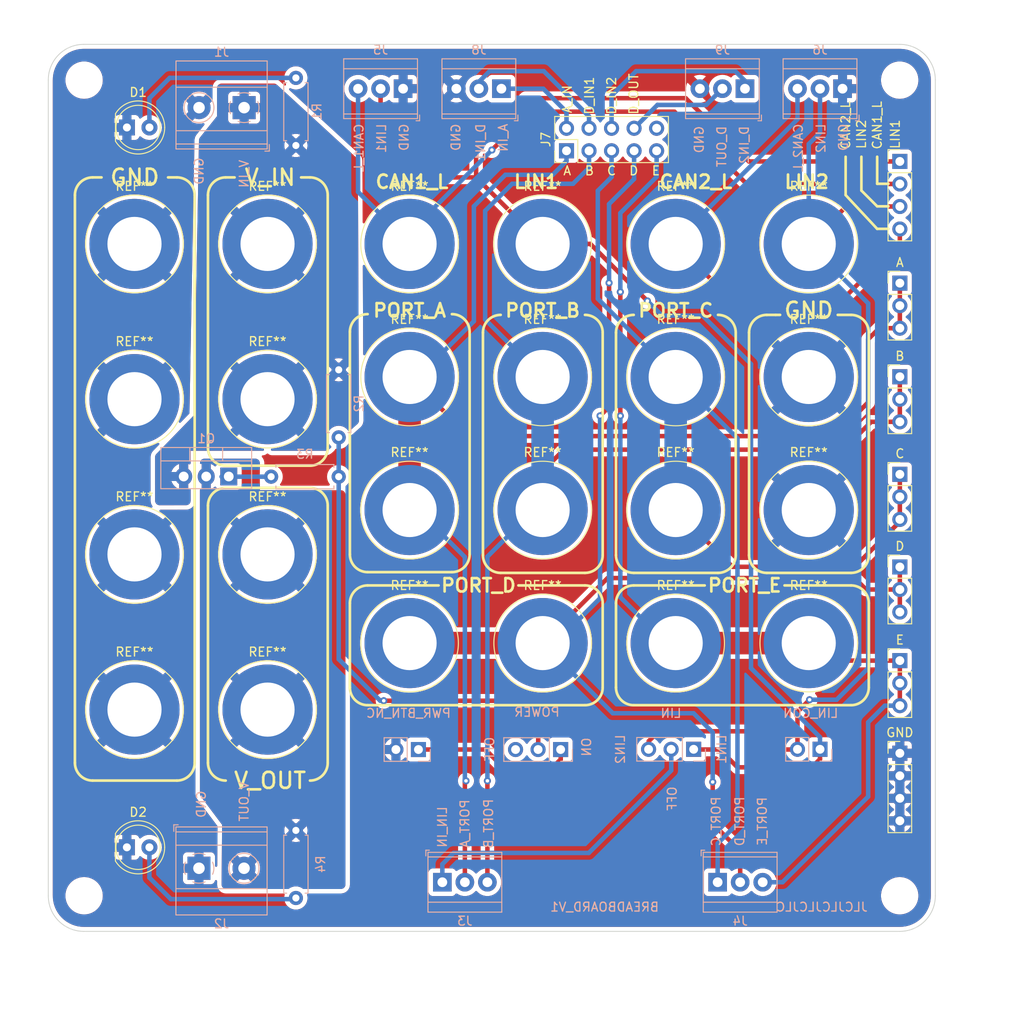
<source format=kicad_pcb>
(kicad_pcb (version 20211014) (generator pcbnew)
  (title_block (title "Universal Breadboard") (date "2022-03-31") (rev "v1.0"))
  (layers (0 "F.Cu" signal) (31 "B.Cu" signal) (34 "B.Paste" user) (35 "F.Paste" user) (36 "B.SilkS" user "B.Silkscreen") (37 "F.SilkS" user "F.Silkscreen") (38 "B.Mask" user) (39 "F.Mask" user) (44 "Edge.Cuts" user))
  (net 0 "")
  (net 1 "GND")
  (net 2 "Net-(D1-Pad2)")
  (net 3 "Net-(D2-Pad2)")
  (net 4 "VIN")
  (net 5 "VOUT")
  (net 6 "LIN_IN")
  (net 7 "/PORT_A")
  (net 8 "/PORT_B")
  (net 9 "/PORT_C")
  (net 10 "/PORT_D")
  (net 11 "/PORT_E")
  (net 12 "CAN_H_1")
  (net 13 "CAN_L_1")
  (net 14 "CAN_H_2")
  (net 15 "CAN_L_2")
  (net 16 "Net-(Q1-Pad1)")
  (net 17 "Net-(R2-Pad2)")
  (net 18 "Net-(SW1-Pad1)")
  (net 21 "/A_IN")
  (net 22 "/D_IN_1")
  (net 23 "/D_IN_2")
  (net 24 "/D_OUT")
  (footprint "Connector_PinHeader_2.54mm:PinHeader_1x03_P2.54mm_Vertical" (layer "F.Cu") (at 192.5 114.475)
    (fp_text reference "E")
    (fp_text value "PinHeader_1x03_P2.54mm_Vertical")
  )
  (footprint "Breadboard:Banana_Jack_1Pin" (layer "F.Cu") (at 182.23 67.5)
    (fp_text reference "REF**")
    (fp_text value "Banana_Jack_1Pin_with3D")
  )
  (footprint "Connector_PinHeader_2.54mm:PinHeader_1x03_P2.54mm_Vertical" (layer "F.Cu") (at 192.5 103.92)
    (fp_text reference "D")
    (fp_text value "PinHeader_1x03_P2.54mm_Vertical")
  )
  (footprint "LED_THT:LED_D5.0mm" (layer "F.Cu") (at 105.362 54.37)
    (fp_text reference "D1")
    (fp_text value "V_IN")
  )
  (footprint "Breadboard:Banana_Jack_1Pin" (layer "F.Cu") (at 106.216 67.5)
    (fp_text reference "REF**")
    (fp_text value "Banana_Jack_1Pin_with3D")
  )
  (footprint "Breadboard:Banana_Jack_1Pin" (layer "F.Cu") (at 106.216 120)
    (fp_text reference "REF**")
    (fp_text value "Banana_Jack_1Pin_with3D")
  )
  (footprint "Breadboard:Banana_Jack_1Pin" (layer "F.Cu") (at 121.216 85)
    (fp_text reference "REF**")
    (fp_text value "Banana_Jack_1Pin_with3D")
  )
  (footprint "MountingHole:MountingHole_3.2mm_M3" (layer "F.Cu") (at 192.484 49.036)
    (fp_text reference "REF**" hide)
    (fp_text value "MountingHole_3.2mm_M3")
  )
  (footprint "Breadboard:Banana_Jack_1Pin" (layer "F.Cu") (at 152.23 112.5)
    (fp_text reference "REF**")
    (fp_text value "Banana_Jack_1Pin_with3D")
  )
  (footprint "Breadboard:Banana_Jack_1Pin" (layer "F.Cu") (at 137.23 82.5)
    (fp_text reference "REF**")
    (fp_text value "Banana_Jack_1Pin_with3D")
  )
  (footprint "Breadboard:Banana_Jack_1Pin" (layer "F.Cu") (at 167.23 67.5)
    (fp_text reference "REF**")
    (fp_text value "Banana_Jack_1Pin_with3D")
  )
  (footprint "MountingHole:MountingHole_3.2mm_M3" (layer "F.Cu") (at 100.536 49.036)
    (fp_text reference "REF**" hide)
    (fp_text value "MountingHole_3.2mm_M3")
  )
  (footprint "Breadboard:Banana_Jack_1Pin" (layer "F.Cu") (at 167.23 97.5)
    (fp_text reference "REF**")
    (fp_text value "Banana_Jack_1Pin_with3D")
  )
  (footprint "Connector_PinHeader_2.54mm:PinHeader_2x05_P2.54mm_Vertical" (layer "F.Cu") (at 154.92 57 90)
    (fp_text reference "J7")
    (fp_text value "Conn_02x05_Odd_Even")
  )
  (footprint "Breadboard:Banana_Jack_1Pin" (layer "F.Cu") (at 152.23 67.5)
    (fp_text reference "REF**")
    (fp_text value "Banana_Jack_1Pin_with3D")
  )
  (footprint "Breadboard:Banana_Jack_1Pin" (layer "F.Cu") (at 182.23 97.5)
    (fp_text reference "REF**")
    (fp_text value "Banana_Jack_1Pin_with3D")
  )
  (footprint "Breadboard:Banana_Jack_1Pin" (layer "F.Cu") (at 137.23 112.5)
    (fp_text reference "REF**")
    (fp_text value "Banana_Jack_1Pin_with3D")
  )
  (footprint "LED_THT:LED_D5.0mm" (layer "F.Cu") (at 105.357 135.523)
    (fp_text reference "D2")
    (fp_text value "V_OUT")
  )
  (footprint "Breadboard:Banana_Jack_1Pin" (layer "F.Cu") (at 121.216 67.5)
    (fp_text reference "REF**")
    (fp_text value "Banana_Jack_1Pin_with3D")
  )
  (footprint "Breadboard:Banana_Jack_1Pin" (layer "F.Cu") (at 182.23 112.5)
    (fp_text reference "REF**")
    (fp_text value "Banana_Jack_1Pin_with3D")
  )
  (footprint "Breadboard:Banana_Jack_1Pin" (layer "F.Cu") (at 121.216 102.5)
    (fp_text reference "REF**")
    (fp_text value "Banana_Jack_1Pin_with3D")
  )
  (footprint "Breadboard:Banana_Jack_1Pin" (layer "F.Cu") (at 152.23 82.5)
    (fp_text reference "REF**")
    (fp_text value "Banana_Jack_1Pin_with3D")
  )
  (footprint "MountingHole:MountingHole_3.2mm_M3" (layer "F.Cu") (at 192.484 140.984)
    (fp_text reference "REF**" hide)
    (fp_text value "MountingHole_3.2mm_M3")
  )
  (footprint "Breadboard:Banana_Jack_1Pin" (layer "F.Cu") (at 152.23 97.5)
    (fp_text reference "REF**")
    (fp_text value "Banana_Jack_1Pin_with3D")
  )
  (footprint "Breadboard:Banana_Jack_1Pin" (layer "F.Cu") (at 167.23 112.5)
    (fp_text reference "REF**")
    (fp_text value "Banana_Jack_1Pin_with3D")
  )
  (footprint "Breadboard:Banana_Jack_1Pin" (layer "F.Cu") (at 137.23 67.5)
    (fp_text reference "REF**")
    (fp_text value "Banana_Jack_1Pin_with3D")
  )
  (footprint "Breadboard:Banana_Jack_1Pin" (layer "F.Cu") (at 106.216 85)
    (fp_text reference "REF**")
    (fp_text value "Banana_Jack_1Pin_with3D")
  )
  (footprint "Connector_PinHeader_2.54mm:PinHeader_1x03_P2.54mm_Vertical" (layer "F.Cu") (at 192.5 93.475)
    (fp_text reference "C")
    (fp_text value "PinHeader_1x03_P2.54mm_Vertical")
  )
  (footprint "Connector_PinHeader_2.54mm:PinHeader_1x04_P2.54mm_Vertical" (layer "F.Cu") (at 192.5 124.92)
    (fp_text reference "GND")
    (fp_text value "PinHeader_1x04_P2.54mm_Vertical")
  )
  (footprint "Breadboard:Banana_Jack_1Pin" (layer "F.Cu") (at 167.23 82.5)
    (fp_text reference "REF**")
    (fp_text value "Banana_Jack_1Pin_with3D")
  )
  (footprint "Breadboard:Banana_Jack_1Pin" (layer "F.Cu") (at 106.216 102.5)
    (fp_text reference "REF**")
    (fp_text value "Banana_Jack_1Pin_with3D")
  )
  (footprint "Connector_PinHeader_2.54mm:PinHeader_1x03_P2.54mm_Vertical" (layer "F.Cu") (at 192.5 82.475)
    (fp_text reference "B")
    (fp_text value "PinHeader_1x03_P2.54mm_Vertical")
  )
  (footprint "Connector_PinHeader_2.54mm:PinHeader_1x04_P2.54mm_Vertical" (layer "F.Cu") (at 192.5 58.2)
    (fp_text reference "REF**" hide)
    (fp_text value "PinHeader_1x04_P2.54mm_Vertical")
  )
  (footprint "MountingHole:MountingHole_3.2mm_M3" (layer "F.Cu") (at 100.536 140.984)
    (fp_text reference "REF**" hide)
    (fp_text value "MountingHole_3.2mm_M3")
  )
  (footprint "Breadboard:Banana_Jack_1Pin" (layer "F.Cu") (at 182.23 82.5)
    (fp_text reference "REF**")
    (fp_text value "Banana_Jack_1Pin_with3D")
  )
  (footprint "Connector_PinHeader_2.54mm:PinHeader_1x03_P2.54mm_Vertical" (layer "F.Cu") (at 192.5 71.92)
    (fp_text reference "A")
    (fp_text value "PinHeader_1x03_P2.54mm_Vertical")
  )
  (footprint "Breadboard:Banana_Jack_1Pin" (layer "F.Cu") (at 137.23 97.5)
    (fp_text reference "REF**")
    (fp_text value "Banana_Jack_1Pin_with3D")
  )
  (footprint "Breadboard:Banana_Jack_1Pin" (layer "F.Cu") (at 121.216 120)
    (fp_text reference "REF**")
    (fp_text value "Banana_Jack_1Pin_with3D")
  )
  (footprint "Resistor_THT:R_Axial_DIN0207_L6.3mm_D2.5mm_P7.62mm_Horizontal" (layer "B.Cu") (at 124.412 56.402 90)
    (fp_text reference "R1")
    (fp_text value "560R")
  )
  (footprint "TerminalBlock_TE-Connectivity:TerminalBlock_TE_282834-3_1x03_P2.54mm_Horizontal" (layer "B.Cu") (at 140.922 139.46)
    (fp_text reference "J3")
    (fp_text value "Screw_Terminal_01x03")
  )
  (footprint "Package_TO_SOT_THT:TO-220-3_Vertical" (layer "B.Cu") (at 116.8428 93.7198 180)
    (fp_text reference "Q1")
    (fp_text value "IRF4905")
  )
  (footprint "TerminalBlock_TE-Connectivity:TerminalBlock_TE_282834-3_1x03_P2.54mm_Horizontal" (layer "B.Cu") (at 175.04 50 180)
    (fp_text reference "J9")
    (fp_text value "Screw_Terminal_01x03")
  )
  (footprint "Connector_PinHeader_2.54mm:PinHeader_1x02_P2.54mm_Vertical" (layer "B.Cu") (at 183.5 124.474 90)
    (fp_text reference "LIN_CON")
    (fp_text value "SW_SPST")
  )
  (footprint "Resistor_THT:R_Axial_DIN0207_L6.3mm_D2.5mm_P7.62mm_Horizontal" (layer "B.Cu") (at 129.238 81.69 -90)
    (fp_text reference "R2")
    (fp_text value "10K")
  )
  (footprint "Connector_PinHeader_2.54mm:PinHeader_1x02_P2.54mm_Vertical" (layer "B.Cu") (at 138.23 124.5 90)
    (fp_text reference "PWR_BTN_NC")
    (fp_text value "SW_Push_Open")
  )
  (footprint "TerminalBlock_TE-Connectivity:TerminalBlock_TE_282834-3_1x03_P2.54mm_Horizontal" (layer "B.Cu") (at 186.04 50 180)
    (fp_text reference "J6")
    (fp_text value "Screw_Terminal_01x03")
  )
  (footprint "Resistor_THT:R_Axial_DIN0207_L6.3mm_D2.5mm_P7.62mm_Horizontal" (layer "B.Cu") (at 124.412 133.618 -90)
    (fp_text reference "R4")
    (fp_text value "560R")
  )
  (footprint "TerminalBlock_Phoenix:TerminalBlock_Phoenix_MKDS-1,5-2-5.08_1x02_P5.08mm_Horizontal" (layer "B.Cu") (at 113.485 137.885)
    (fp_text reference "J2")
    (fp_text value "Screw_Terminal_01x02")
  )
  (footprint "Connector_PinHeader_2.54mm:PinHeader_1x03_P2.54mm_Vertical" (layer "B.Cu") (at 169.2534 124.474 90)
    (fp_text reference "LIN")
    (fp_text value "SW_SPDT_MSM")
  )
  (footprint "TerminalBlock_TE-Connectivity:TerminalBlock_TE_282834-3_1x03_P2.54mm_Horizontal" (layer "B.Cu") (at 136.5 50 180)
    (fp_text reference "J5")
    (fp_text value "Screw_Terminal_01x03")
  )
  (footprint "TerminalBlock_TE-Connectivity:TerminalBlock_TE_282834-3_1x03_P2.54mm_Horizontal" (layer "B.Cu") (at 147.58 50 180)
    (fp_text reference "J8")
    (fp_text value "Screw_Terminal_01x03")
  )
  (footprint "TerminalBlock_TE-Connectivity:TerminalBlock_TE_282834-3_1x03_P2.54mm_Horizontal" (layer "B.Cu") (at 171.96 139.46)
    (fp_text reference "J4")
    (fp_text value "Screw_Terminal_01x03")
  )
  (footprint "Connector_PinHeader_2.54mm:PinHeader_1x03_P2.54mm_Vertical" (layer "B.Cu") (at 154.257 124.5 90)
    (fp_text reference "POWER")
    (fp_text value "SW_SPDT")
  )
  (footprint "TerminalBlock_Phoenix:TerminalBlock_Phoenix_MKDS-1,5-2-5.08_1x02_P5.08mm_Horizontal" (layer "B.Cu") (at 118.575 52.135 180)
    (fp_text reference "J1")
    (fp_text value "Screw_Terminal_01x02")
  )
  (footprint "Resistor_THT:R_Axial_DIN0207_L6.3mm_D2.5mm_P7.62mm_Horizontal" (layer "B.Cu") (at 121.618 93.74)
    (fp_text reference "R3")
    (fp_text value "100R")
  )
  (gr_arc (start 114.5 62) (mid 115.085786 60.585786) (end 116.5 60) (layer "F.SilkS") (width 0.3))
  (gr_arc (start 188.999999 117.500001) (mid 188.414213 118.914215) (end 186.999999 119.500001) (layer "F.SilkS") (width 0.3))
  (gr_line (start 186.999999 119.500001) (end 162.5 119.500001) (layer "F.SilkS") (width 0.3))
  (gr_line (start 179.5 106.000001) (end 187 106.000001) (layer "F.SilkS") (width 0.3))
  (gr_arc (start 157 106) (mid 158.414214 106.585786) (end 159 108) (layer "F.SilkS") (width 0.3))
  (gr_arc (start 112.999997 126.000027) (mid 112.414211 127.414241) (end 110.999997 128.000027) (layer "F.SilkS") (width 0.3))
  (gr_line (start 114.500001 90.499999) (end 114.5 62) (layer "F.SilkS") (width 0.3))
  (gr_line (start 191.214 63.26) (end 189.944 63.26) (layer "F.SilkS") (width 0.3))
  (gr_arc (start 158.999999 117.5) (mid 158.414213 118.914214) (end 156.999999 119.5) (layer "F.SilkS") (width 0.3))
  (gr_line (start 149.5 106) (end 157 106) (layer "F.SilkS") (width 0.3))
  (gr_arc (start 174.000003 102.585786) (mid 173.414217 104) (end 172.000003 104.585786) (layer "F.SilkS") (width 0.3))
  (gr_line (start 132.5 104.499999) (end 142 104.5) (layer "F.SilkS") (width 0.3))
  (gr_line (start 162.500003 104.585785) (end 172.000003 104.585786) (layer "F.SilkS") (width 0.3))
  (gr_line (start 188.166 61.482) (end 188.166 57.672) (layer "F.SilkS") (width 0.3))
  (gr_line (start 128 126) (end 128 97) (layer "F.SilkS") (width 0.3))
  (gr_line (start 126 60) (end 125.000003 59.999973) (layer "F.SilkS") (width 0.3))
  (gr_line (start 147.500003 104.585785) (end 157.000003 104.585786) (layer "F.SilkS") (width 0.3))
  (gr_arc (start 128 90.5) (mid 127.414214 91.914214) (end 126 92.5) (layer "F.SilkS") (width 0.3))
  (gr_arc (start 110.999997 60.000027) (mid 112.414211 60.585813) (end 112.999997 62.000027) (layer "F.SilkS") (width 0.3))
  (gr_arc (start 126 95) (mid 127.414214 95.585786) (end 128 97) (layer "F.SilkS") (width 0.3))
  (gr_line (start 186.388 61.99) (end 186.388 57.672) (layer "F.SilkS") (width 0.3))
  (gr_arc (start 114.5 97) (mid 115.085786 95.585786) (end 116.5 95) (layer "F.SilkS") (width 0.3))
  (gr_line (start 114.5 97) (end 114.5 126) (layer "F.SilkS") (width 0.3))
  (gr_line (start 178.5 75.5) (end 179 75.5) (layer "F.SilkS") (width 0.3))
  (gr_line (start 128 62) (end 128 90.5) (layer "F.SilkS") (width 0.3))
  (gr_arc (start 101.499998 128.000026) (mid 100.085784 127.41424) (end 99.499998 126.000026) (layer "F.SilkS") (width 0.3))
  (gr_arc (start 99.499997 62.000027) (mid 100.085783 60.585813) (end 101.499997 60.000027) (layer "F.SilkS") (width 0.3))
  (gr_line (start 145.500004 102.585785) (end 145.5 77.5) (layer "F.SilkS") (width 0.3))
  (gr_line (start 191.214 60.72) (end 189.944 60.72) (layer "F.SilkS") (width 0.3))
  (gr_arc (start 132.500001 104.499999) (mid 131.085787 103.914213) (end 130.500001 102.499999) (layer "F.SilkS") (width 0.3))
  (gr_arc (start 130.5 108) (mid 131.085786 106.585786) (end 132.5 106) (layer "F.SilkS") (width 0.3))
  (gr_line (start 162.5 106.000001) (end 170.5 106.000001) (layer "F.SilkS") (width 0.3))
  (gr_line (start 126 95) (end 116.5 95) (layer "F.SilkS") (width 0.3))
  (gr_line (start 189.944 60.72) (end 189.944 57.672) (layer "F.SilkS") (width 0.3))
  (gr_line (start 117.5 60) (end 116.500003 59.999973) (layer "F.SilkS") (width 0.3))
  (gr_line (start 188.999999 117.500001) (end 189 108.000001) (layer "F.SilkS") (width 0.3))
  (gr_line (start 110.999997 60.000027) (end 110 60) (layer "F.SilkS") (width 0.3))
  (gr_arc (start 130.499997 77.414214) (mid 131.085783 76) (end 132.499997 75.414214) (layer "F.SilkS") (width 0.3))
  (gr_arc (start 116.5 128) (mid 115.085786 127.414214) (end 114.5 126) (layer "F.SilkS") (width 0.3))
  (gr_arc (start 116.500001 92.499999) (mid 115.085787 91.914213) (end 114.500001 90.499999) (layer "F.SilkS") (width 0.3))
  (gr_arc (start 145.5 77.5) (mid 146.085786 76.085786) (end 147.5 75.5) (layer "F.SilkS") (width 0.3))
  (gr_arc (start 160.5 77.5) (mid 161.085786 76.085786) (end 162.5 75.5) (layer "F.SilkS") (width 0.3))
  (gr_arc (start 159.000003 102.585786) (mid 158.414217 104) (end 157.000003 104.585786) (layer "F.SilkS") (width 0.3))
  (gr_line (start 159 77.5) (end 159.000003 102.585786) (layer "F.SilkS") (width 0.3))
  (gr_arc (start 132.5 119.5) (mid 131.085786 118.914214) (end 130.5 117.5) (layer "F.SilkS") (width 0.3))
  (gr_arc (start 177.500004 104.585785) (mid 176.08579 103.999999) (end 175.500004 102.585785) (layer "F.SilkS") (width 0.3))
  (gr_line (start 130.5 108) (end 130.499973 117.499997) (layer "F.SilkS") (width 0.3))
  (gr_line (start 175.500004 102.585785) (end 175.5 77.5) (layer "F.SilkS") (width 0.3))
  (gr_arc (start 157 75.5) (mid 158.414214 76.085786) (end 159 77.5) (layer "F.SilkS") (width 0.3))
  (gr_line (start 143.999997 77.414214) (end 144 102.5) (layer "F.SilkS") (width 0.3))
  (gr_line (start 132.5 106) (end 140.5 106) (layer "F.SilkS") (width 0.3))
  (gr_arc (start 126 60) (mid 127.414214 60.585786) (end 128 62) (layer "F.SilkS") (width 0.3))
  (gr_arc (start 187 75.5) (mid 188.414214 76.085786) (end 189 77.5) (layer "F.SilkS") (width 0.3))
  (gr_line (start 189.944 63.26) (end 188.166 61.482) (layer "F.SilkS") (width 0.3))
  (gr_arc (start 172 75.5) (mid 173.414214 76.085786) (end 174 77.5) (layer "F.SilkS") (width 0.3))
  (gr_arc (start 189.000003 102.585786) (mid 188.414217 104) (end 187.000003 104.585786) (layer "F.SilkS") (width 0.3))
  (gr_arc (start 162.500004 104.585785) (mid 161.08579 103.999999) (end 160.500004 102.585785) (layer "F.SilkS") (width 0.3))
  (gr_arc (start 162.5 119.500001) (mid 161.085786 118.914215) (end 160.5 117.500001) (layer "F.SilkS") (width 0.3))
  (gr_line (start 158.999999 117.5) (end 159 108) (layer "F.SilkS") (width 0.3))
  (gr_arc (start 128 126) (mid 127.414214 127.414214) (end 126 128) (layer "F.SilkS") (width 0.3))
  (gr_line (start 99.5 62.000027) (end 99.5 126.000027) (layer "F.SilkS") (width 0.3))
  (gr_arc (start 175.5 77.5) (mid 176.085786 76.085786) (end 177.5 75.5) (layer "F.SilkS") (width 0.3))
  (gr_line (start 113 126.000027) (end 113 62.000027) (layer "F.SilkS") (width 0.3))
  (gr_line (start 189.944 65.8) (end 186.388 61.99) (layer "F.SilkS") (width 0.3))
  (gr_line (start 187 75.5) (end 185.5 75.5) (layer "F.SilkS") (width 0.3))
  (gr_arc (start 144 102.5) (mid 143.414214 103.914214) (end 142 104.5) (layer "F.SilkS") (width 0.3))
  (gr_line (start 130.500001 102.499999) (end 130.499997 77.414214) (layer "F.SilkS") (width 0.3))
  (gr_line (start 102.5 60) (end 101.499997 60.000027) (layer "F.SilkS") (width 0.3))
  (gr_line (start 177.500003 104.585785) (end 187.000003 104.585786) (layer "F.SilkS") (width 0.3))
  (gr_line (start 160.5 108.000001) (end 160.499973 117.499998) (layer "F.SilkS") (width 0.3))
  (gr_line (start 116.5 92.499999) (end 126 92.5) (layer "F.SilkS") (width 0.3))
  (gr_line (start 174 77.5) (end 174.000003 102.585786) (layer "F.SilkS") (width 0.3))
  (gr_line (start 101.5 128.000026) (end 111 128.000027) (layer "F.SilkS") (width 0.3))
  (gr_line (start 191.214 65.8) (end 189.944 65.8) (layer "F.SilkS") (width 0.3))
  (gr_arc (start 187 106.000001) (mid 188.414214 106.585787) (end 189 108.000001) (layer "F.SilkS") (width 0.3))
  (gr_line (start 156.999999 119.5) (end 132.5 119.5) (layer "F.SilkS") (width 0.3))
  (gr_arc (start 141.999997 75.414214) (mid 143.414211 76) (end 143.999997 77.414214) (layer "F.SilkS") (width 0.3))
  (gr_line (start 177.5 75.5) (end 178.5 75.5) (layer "F.SilkS") (width 0.3))
  (gr_arc (start 147.500004 104.585785) (mid 146.08579 103.999999) (end 145.500004 102.585785) (layer "F.SilkS") (width 0.3))
  (gr_line (start 160.500004 102.585785) (end 160.5 77.5) (layer "F.SilkS") (width 0.3))
  (gr_arc (start 160.5 108.000001) (mid 161.085786 106.585787) (end 162.5 106.000001) (layer "F.SilkS") (width 0.3))
  (gr_line (start 189 77.5) (end 189.000003 102.585786) (layer "F.SilkS") (width 0.3))
  (gr_arc (start 96.5 49) (mid 97.671573 46.171573) (end 100.5 45) (layer "Edge.Cuts") (width 0.1))
  (gr_arc (start 192.5 45) (mid 195.328427 46.171573) (end 196.5 49) (layer "Edge.Cuts") (width 0.1))
  (gr_line (start 196.5 141) (end 196.5 49) (layer "Edge.Cuts") (width 0.1))
  (gr_line (start 192.5 45) (end 100.5 45) (layer "Edge.Cuts") (width 0.1))
  (gr_arc (start 196.5 141) (mid 195.328427 143.828427) (end 192.5 145) (layer "Edge.Cuts") (width 0.1))
  (gr_line (start 96.5 49) (end 96.5 141) (layer "Edge.Cuts") (width 0.1))
  (gr_line (start 100.5 145) (end 192.5 145) (layer "Edge.Cuts") (width 0.1))
  (gr_arc (start 100.5 145) (mid 97.671573 143.828427) (end 96.5 141) (layer "Edge.Cuts") (width 0.1))
  (gr_text "GND" (at 113.744 129.046 90) (layer "B.SilkS") (effects (font (size 1 1)) (justify left mirror)))
  (gr_text "LIN1" (at 134.064 53.862 90) (layer "B.SilkS") (effects (font (size 1 1)) (justify left mirror)))
  (gr_text "ON" (at 157.178 124.22 90) (layer "B.SilkS") (effects (font (size 1 1)) (justify mirror)))
  (gr_text "LIN_IN" (at 140.922 133.237 90) (layer "B.SilkS") (effects (font (size 1 1)) (justify mirror)))
  (gr_text "PORT_C" (at 171.783 132.602 90) (layer "B.SilkS") (effects (font (size 1 1)) (justify mirror)))
  (gr_text "CAN2_L" (at 181.054 53.862 90) (layer "B.SilkS") (effects (font (size 1 1)) (justify left mirror)))
  (gr_text "GND" (at 113.49 57.672 90) (layer "B.SilkS") (effects (font (size 1 1)) (justify left mirror)))
  (gr_text "GND" (at 169.878 54.116 90) (layer "B.SilkS") (effects (font (size 1 1)) (justify left mirror)))
  (gr_text "LIN2" (at 160.988 124.474 90) (layer "B.SilkS") (effects (font (size 1 1)) (justify mirror)))
  (gr_text "GND" (at 186.134 53.862 90) (layer "B.SilkS") (effects (font (size 1 1)) (justify left mirror)))
  (gr_text "PORT_E" (at 176.99 132.602 90) (layer "B.SilkS") (effects (font (size 1 1)) (justify mirror)))
  (gr_text "LIN2" (at 183.594 53.862 90) (layer "B.SilkS") (effects (font (size 1 1)) (justify left mirror)))
  (gr_text "V_IN" (at 118.57 57.926 90) (layer "B.SilkS") (effects (font (size 1 1)) (justify left mirror)))
  (gr_text "CAN1_L" (at 131.524 53.862 90) (layer "B.SilkS") (effects (font (size 1 1)) (justify left mirror)))
  (gr_text "JLCJLCJLCJLC" (at 183.721 142.254) (layer "B.SilkS") (effects (font (size 1 1)) (justify mirror)))
  (gr_text "D_IN1" (at 145.24 53.862 90) (layer "B.SilkS") (effects (font (size 1 1)) (justify left mirror)))
  (gr_text "PORT_A" (at 143.462 132.856 90) (layer "B.SilkS") (effects (font (size 1 1)) (justify mirror)))
  (gr_text "BREADBOARD_V1" (at 159.21 142.254) (layer "B.SilkS") (effects (font (size 1 1)) (justify mirror)))
  (gr_text "V_OUT" (at 118.57 128.03 90) (layer "B.SilkS") (effects (font (size 1 1)) (justify left mirror)))
  (gr_text "LIN1" (at 172.418 124.474 90) (layer "B.SilkS") (effects (font (size 1 1)) (justify mirror)))
  (gr_text "A_IN" (at 147.78 53.862 90) (layer "B.SilkS") (effects (font (size 1 1)) (justify left mirror)))
  (gr_text "GND" (at 136.604 53.862 90) (layer "B.SilkS") (effects (font (size 1 1)) (justify left mirror)))
  (gr_text "GND" (at 142.446 53.862 90) (layer "B.SilkS") (effects (font (size 1 1)) (justify left mirror)))
  (gr_text "D_IN2" (at 174.958 54.116 -270) (layer "B.SilkS") (effects (font (size 1 1)) (justify left mirror)))
  (gr_text "OFF" (at 166.83 130.062 90) (layer "B.SilkS") (effects (font (size 1 1)) (justify mirror)))
  (gr_text "D_OUT" (at 172.418 54.116 90) (layer "B.SilkS") (effects (font (size 1 1)) (justify left mirror)))
  (gr_text "PORT_B" (at 146.129 132.856 90) (layer "B.SilkS") (effects (font (size 1 1)) (justify mirror)))
  (gr_text "PORT_D" (at 174.45 132.602 90) (layer "B.SilkS") (effects (font (size 1 1)) (justify mirror)))
  (gr_text "OFF" (at 146.256 124.474 90) (layer "B.SilkS") (effects (font (size 1 1)) (justify mirror)))
  (gr_text "V_IN" (at 121.5 60) (layer "F.SilkS") (effects (font (size 1.8 1.8) (thickness 0.3))))
  (gr_text "CAN1_L" (at 189.944 54.116 90) (layer "F.SilkS") (effects (font (size 1 1))))
  (gr_text "PORT_D" (at 145 106) (layer "F.SilkS") (effects (font (size 1.5 1.5) (thickness 0.3))))
  (gr_text "GND" (at 182.23 75) (layer "F.SilkS") (effects (font (size 1.8 1.8) (thickness 0.3))))
  (gr_text "A" (at 155 59.25) (layer "F.SilkS") (effects (font (size 1 1))))
  (gr_text "D" (at 162.5 59.25) (layer "F.SilkS") (effects (font (size 1 1))))
  (gr_text "CAN1_L" (at 137.5 60.5) (layer "F.SilkS") (effects (font (size 1.5 1.5) (thickness 0.3))))
  (gr_text "LIN1" (at 191.976 55.132 90) (layer "F.SilkS") (effects (font (size 1 1))))
  (gr_text "CAN2_L" (at 169.5 60.5) (layer "F.SilkS") (effects (font (size 1.5 1.5) (thickness 0.3))))
  (gr_text "C" (at 160 59.25) (layer "F.SilkS") (effects (font (size 1 1))))
  (gr_text "LIN2" (at 182 60.5) (layer "F.SilkS") (effects (font (size 1.5 1.5) (thickness 0.3))))
  (gr_text "D_IN2" (at 160 53 90) (layer "F.SilkS") (effects (font (size 1 1)) (justify left)))
  (gr_text "PORT_E" (at 175 106) (layer "F.SilkS") (effects (font (size 1.5 1.5) (thickness 0.3))))
  (gr_text "LIN1" (at 151.5 60.5) (layer "F.SilkS") (effects (font (size 1.5 1.5) (thickness 0.3))))
  (gr_text "LIN2" (at 188.166 55.132 90) (layer "F.SilkS") (effects (font (size 1 1))))
  (gr_text "D_IN1" (at 157.5 53 90) (layer "F.SilkS") (effects (font (size 1 1)) (justify left)))
  (gr_text "B\n" (at 157.5 59.25) (layer "F.SilkS") (effects (font (size 1 1))))
  (gr_text "GND" (at 106.25 60) (layer "F.SilkS") (effects (font (size 1.8 1.8) (thickness 0.3))))
  (gr_text "PORT_A" (at 137.23 75) (layer "F.SilkS") (effects (font (size 1.5 1.5) (thickness 0.3))))
  (gr_text "V_OUT" (at 121.5 128) (layer "F.SilkS") (effects (font (size 1.8 1.8) (thickness 0.3))))
  (gr_text "A_IN" (at 155 52.846 90) (layer "F.SilkS") (effects (font (size 1 1)) (justify left)))
  (gr_text "D_OUT" (at 162.5 53 90) (layer "F.SilkS") (effects (font (size 1 1)) (justify left)))
  (gr_text "E" (at 165 59.25) (layer "F.SilkS") (effects (font (size 1 1))))
  (gr_text "PORT_C" (at 167.23 75) (layer "F.SilkS") (effects (font (size 1.5 1.5) (thickness 0.3))))
  (gr_text "CAN2_L" (at 186.388 54.116 90) (layer "F.SilkS") (effects (font (size 1 1))))
  (gr_text "PORT_B" (at 152.23 75) (layer "F.SilkS") (effects (font (size 1.5 1.5) (thickness 0.3))))
  (segment (start 107.897 51.073) (end 110.188 48.782) (width 0.508) (layer "B.Cu") (net 2))
  (segment (start 110.188 48.782) (end 124.412 48.782) (width 0.508) (layer "B.Cu") (net 2))
  (segment (start 107.897 53.989) (end 107.897 51.073) (width 0.508) (layer "B.Cu") (net 2))
  (segment (start 124.285 141.365) (end 110.315 141.365) (width 0.508) (layer "B.Cu") (net 3))
  (segment (start 110.315 141.365) (end 107.897 138.947) (width 0.508) (layer "B.Cu") (net 3))
  (segment (start 107.897 138.947) (end 107.897 135.904) (width 0.508) (layer "B.Cu") (net 3))
  (segment (start 124.412 141.238) (end 124.285 141.365) (width 0.508) (layer "B.Cu") (net 3))
  (segment (start 140.922 137.428) (end 140.922 139.46) (width 0.508) (layer "B.Cu") (net 6))
  (segment (start 166.7284 126.834) (end 166.7284 124.474) (width 0.508) (layer "B.Cu") (net 6))
  (segment (start 141.43 139.46) (end 141.43 138.698) (width 0.508) (layer "B.Cu") (net 6))
  (segment (start 166.73 126.86) (end 157.432 136.158) (width 0.508) (layer "B.Cu") (net 6))
  (segment (start 142.192 136.158) (end 140.922 137.428) (width 0.508) (layer "B.Cu") (net 6))
  (segment (start 157.432 136.158) (end 142.192 136.158) (width 0.508) (layer "B.Cu") (net 6))
  (segment (start 192.5 77) (end 192.5 71.92) (width 0.508) (layer "F.Cu") (net 7))
  (segment (start 190.198 76.976) (end 190.222 77) (width 0.508) (layer "F.Cu") (net 7))
  (segment (start 185.118 89.168) (end 188.928 85.358) (width 0.508) (layer "F.Cu") (net 7))
  (segment (start 190.222 77) (end 192.5 77) (width 0.508) (layer "F.Cu") (net 7))
  (segment (start 143.462 128.157) (end 143.462 139.46) (width 0.508) (layer "F.Cu") (net 7))
  (segment (start 143.898 89.168) (end 185.118 89.168) (width 0.508) (layer "F.Cu") (net 7))
  (segment (start 137.23 82.5) (end 143.898 89.168) (width 0.508) (layer "F.Cu") (net 7))
  (segment (start 143.589 128.03) (end 143.462 128.157) (width 0.508) (layer "F.Cu") (net 7))
  (segment (start 137.23 97.5) (end 137.23 82.5) (width 2.54) (layer "F.Cu") (net 7))
  (segment (start 188.928 78.246) (end 190.198 76.976) (width 0.508) (layer "F.Cu") (net 7))
  (segment (start 188.928 85.358) (end 188.928 78.246) (width 0.508) (layer "F.Cu") (net 7))
  (via (at 143.589 128.03) (size 0.8) (drill 0.4) (layers "F.Cu" "B.Cu") (net 7))
  (segment (start 148.034 59.704) (end 153.368 59.704) (width 0.508) (layer "B.Cu") (net 7))
  (segment (start 143.589 128.03) (end 143.462 127.903) (width 0.508) (layer "B.Cu") (net 7))
  (segment (start 138.162 97.5) (end 137.23 97.5) (width 0.508) (layer "B.Cu") (net 7))
  (segment (start 154.92 58.152) (end 154.92 57) (width 0.508) (layer "B.Cu") (net 7))
  (segment (start 153.368 59.704) (end 154.92 58.152) (width 0.508) (layer "B.Cu") (net 7))
  (segment (start 137.23 82.5) (end 138.192 82.5) (width 0.508) (layer "B.Cu") (net 7))
  (segment (start 144.478 63.26) (end 148.034 59.704) (width 0.508) (layer "B.Cu") (net 7))
  (segment (start 144.478 76.214) (end 144.478 63.26) (width 0.508) (layer "B.Cu") (net 7))
  (segment (start 138.192 82.5) (end 144.478 76.214) (width 0.508) (layer "B.Cu") (net 7))
  (segment (start 143.462 102.8) (end 138.162 97.5) (width 0.508) (layer "B.Cu") (net 7))
  (segment (start 143.462 127.903) (end 143.462 102.8) (width 0.508) (layer "B.Cu") (net 7))
  (segment (start 186.134 90.692) (end 154.638 90.692) (width 0.508) (layer "F.Cu") (net 8))
  (segment (start 146.002 128.03) (end 146.002 139.46) (width 0.508) (layer "F.Cu") (net 8))
  (segment (start 154.638 90.692) (end 152.23 93.1) (width 0.508) (layer "F.Cu") (net 8))
  (segment (start 192.5 87.555) (end 189.271 87.555) (width 0.508) (layer "F.Cu") (net 8))
  (segment (start 192.5 87.555) (end 192.5 82.475) (width 0.508) (layer "F.Cu") (net 8))
  (segment (start 152.23 93.1) (end 152.23 97.5) (width 0.508) (layer "F.Cu") (net 8))
  (segment (start 189.271 87.555) (end 186.134 90.692) (width 0.508) (layer "F.Cu") (net 8))
  (via (at 146.002 128.03) (size 0.8) (drill 0.4) (layers "F.Cu" "B.Cu") (net 8))
  (segment (start 152.23 82.5) (end 145.748 76.018) (width 0.508) (layer "B.Cu") (net 8))
  (segment (start 145.748 76.018) (end 145.748 63.768) (width 0.508) (layer "B.Cu") (net 8))
  (segment (start 146.002 102.757) (end 151.259 97.5) (width 0.508) (layer "B.Cu") (net 8))
  (segment (start 145.748 63.768) (end 148.796 60.72) (width 0.508) (layer "B.Cu") (net 8))
  (segment (start 146.002 128.03) (end 146.002 102.757) (width 0.508) (layer "B.Cu") (net 8))
  (segment (start 157.46 58.914) (end 157.46 57) (width 0.508) (layer "B.Cu") (net 8))
  (segment (start 151.259 97.5) (end 152.23 97.5) (width 0.508) (layer "B.Cu") (net 8))
  (segment (start 152.23 97.5) (end 152.23 82.5) (width 2.54) (layer "B.Cu") (net 8))
  (segment (start 155.654 60.72) (end 157.46 58.914) (width 0.508) (layer "B.Cu") (net 8))
  (segment (start 148.796 60.72) (end 155.654 60.72) (width 0.508) (layer "B.Cu") (net 8))
  (segment (start 192.5 98.555) (end 192.5 93.475) (width 0.508) (layer "F.Cu") (net 9))
  (segment (start 173.63 103.9) (end 167.23 97.5) (width 0.508) (layer "F.Cu") (net 9))
  (segment (start 187.4065 103.9) (end 173.63 103.9) (width 0.508) (layer "F.Cu") (net 9))
  (segment (start 192.5 98.8065) (end 187.4065 103.9) (width 0.508) (layer "F.Cu") (net 9))
  (segment (start 192.5 98.555) (end 192.5 98.8065) (width 0.508) (layer "F.Cu") (net 9))
  (segment (start 174.196 89.422) (end 167.274 82.5) (width 0.508) (layer "B.Cu") (net 9))
  (segment (start 158.448 73.674) (end 158.448 61.51) (width 0.508) (layer "B.Cu") (net 9))
  (segment (start 171.96 139.46) (end 171.96 135.092) (width 0.508) (layer "B.Cu") (net 9))
  (segment (start 167.23 82.5) (end 167.23 82.456) (width 0.508) (layer "B.Cu") (net 9))
  (segment (start 160 59.958) (end 160 57) (width 0.508) (layer "B.Cu") (net 9))
  (segment (start 174.196 132.856) (end 174.196 89.422) (width 0.508) (layer "B.Cu") (net 9))
  (segment (start 167.23 82.456) (end 158.448 73.674) (width 0.508) (layer "B.Cu") (net 9))
  (segment (start 167.23 82.5) (end 167.23 97.5) (width 2.54) (layer "B.Cu") (net 9))
  (segment (start 167.274 82.5) (end 167.23 82.5) (width 0.508) (layer "B.Cu") (net 9))
  (segment (start 171.96 135.092) (end 174.196 132.856) (width 0.508) (layer "B.Cu") (net 9))
  (segment (start 158.448 61.51) (end 160 59.958) (width 0.508) (layer "B.Cu") (net 9))
  (segment (start 159.56 105.17) (end 152.23 112.5) (width 0.508) (layer "F.Cu") (net 10))
  (segment (start 159.718 85.866) (end 158.702 86.882) (width 0.508) (layer "F.Cu") (net 10))
  (segment (start 137.23 112.5) (end 152.23 112.5) (width 2.54) (layer "F.Cu") (net 10))
  (segment (start 187.404 105.17) (end 159.56 105.17) (width 0.508) (layer "F.Cu") (net 10))
  (segment (start 192.5 109) (end 192.5 103.92) (width 0.508) (layer "F.Cu") (net 10))
  (segment (start 159.718 71.896) (end 159.718 85.866) (width 0.508) (layer "F.Cu") (net 10))
  (segment (start 171.402 132.856) (end 174.5 135.954) (width 0.508) (layer "F.Cu") (net 10))
  (segment (start 188.694 106.46) (end 187.404 105.17) (width 0.508) (layer "F.Cu") (net 10))
  (segment (start 174.5 135.954) (end 174.5 139.46) (width 0.508) (layer "F.Cu") (net 10))
  (segment (start 171.402 128.157) (end 171.402 132.856) (width 0.508) (layer "F.Cu") (net 10))
  (segment (start 192.5 106.46) (end 188.694 106.46) (width 0.508) (layer "F.Cu") (net 10))
  (via (at 158.702 86.882) (size 0.8) (drill 0.4) (layers "F.Cu" "B.Cu") (net 10))
  (via (at 159.718 71.896) (size 0.8) (drill 0.4) (layers "F.Cu" "B.Cu") (net 10))
  (via (at 171.402 128.157) (size 0.8) (drill 0.4) (layers "F.Cu" "B.Cu") (net 10))
  (segment (start 158.702 86.882) (end 158.702 107.456) (width 0.508) (layer "B.Cu") (net 10))
  (segment (start 171.402 128.157) (end 171.402 122.569) (width 0.508) (layer "B.Cu") (net 10))
  (segment (start 171.402 122.569) (end 169.243 120.41) (width 0.508) (layer "B.Cu") (net 10))
  (segment (start 169.243 120.41) (end 160.14 120.41) (width 0.508) (layer "B.Cu") (net 10))
  (segment (start 162.54 57) (end 162.54 60.184) (width 0.508) (layer "B.Cu") (net 10))
  (segment (start 158.702 107.456) (end 153.658 112.5) (width 0.508) (layer "B.Cu") (net 10))
  (segment (start 160.14 120.41) (end 152.23 112.5) (width 0.508) (layer "B.Cu") (net 10))
  (segment (start 159.718 63.006) (end 159.718 71.896) (width 0.508) (layer "B.Cu") (net 10))
  (segment (start 162.54 60.184) (end 159.718 63.006) (width 0.508) (layer "B.Cu") (net 10))
  (segment (start 153.658 112.5) (end 152.23 112.5) (width 0.508) (layer "B.Cu") (net 10))
  (segment (start 192.5 119.555) (end 192.5 117.015) (width 0.508) (layer "F.Cu") (net 11))
  (segment (start 167.23 112.5) (end 182.23 112.5) (width 2.54) (layer "F.Cu") (net 11))
  (segment (start 160.988 86.882) (end 160.988 72.912) (width 0.508) (layer "F.Cu") (net 11))
  (segment (start 192.5 117.015) (end 192.5 114.475) (width 0.508) (layer "F.Cu") (net 11))
  (segment (start 192.5 114.475) (end 184.205 114.475) (width 0.508) (layer "F.Cu") (net 11))
  (segment (start 184.205 114.475) (end 182.23 112.5) (width 0.508) (layer "F.Cu") (net 11))
  (via (at 160.988 72.912) (size 0.8) (drill 0.4) (layers "F.Cu" "B.Cu") (net 11))
  (via (at 160.988 86.882) (size 0.8) (drill 0.4) (layers "F.Cu" "B.Cu") (net 11))
  (segment (start 179.276 139.46) (end 188.928 129.808) (width 0.508) (layer "B.Cu") (net 11))
  (segment (start 160.988 86.882) (end 160.988 107.329) (width 0.508) (layer "B.Cu") (net 11))
  (segment (start 160.988 107.329) (end 166.159 112.5) (width 0.508) (layer "B.Cu") (net 11))
  (segment (start 160.988 72.912) (end 160.988 64.022) (width 0.508) (layer "B.Cu") (net 11))
  (segment (start 166.159 112.5) (end 167.23 112.5) (width 0.508) (layer "B.Cu") (net 11))
  (segment (start 190.799 119.555) (end 192.5 119.555) (width 0.508) (layer "B.Cu") (net 11))
  (segment (start 165.08 59.93) (end 165.08 57) (width 0.508) (layer "B.Cu") (net 11))
  (segment (start 177.04 139.46) (end 179.276 139.46) (width 0.508) (layer "B.Cu") (net 11))
  (segment (start 188.928 121.426) (end 190.799 119.555) (width 0.508) (layer "B.Cu") (net 11))
  (segment (start 160.988 64.022) (end 165.08 59.93) (width 0.508) (layer "B.Cu") (net 11))
  (segment (start 188.928 129.808) (end 188.928 121.426) (width 0.508) (layer "B.Cu") (net 11))
  (segment (start 133.96 57.314) (end 133.96 50) (width 0.508) (layer "F.Cu") (net 12))
  (segment (start 192.5 58.2) (end 175.486 58.2) (width 0.508) (layer "F.Cu") (net 12))
  (segment (start 152.23 67.5) (end 145.196 60.466) (width 0.508) (layer "F.Cu") (net 12))
  (segment (start 169.27 124.5) (end 172.19 124.5) (width 0.508) (layer "F.Cu") (net 12))
  (segment (start 172.19 124.5) (end 174.196 126.506) (width 0.508) (layer "F.Cu") (net 12))
  (segment (start 175.486 58.2) (end 168.354 51.068) (width 0.508) (layer "F.Cu") (net 12))
  (segment (start 182.578 126.506) (end 183.5 125.584) (width 0.508) (layer "F.Cu") (net 12))
  (segment (start 145.196 60.466) (end 144.73 60) (width 0.508) (layer "F.Cu") (net 12))
  (segment (start 164.036 73.928) (end 157.608 67.5) (width 0.508) (layer "F.Cu") (net 12))
  (segment (start 183.5 125.584) (end 183.5 124.5) (width 0.508) (layer "F.Cu") (net 12))
  (segment (start 168.354 51.068) (end 150.32 51.068) (width 0.508) (layer "F.Cu") (net 12))
  (segment (start 144.73 56.658) (end 144.73 60) (width 0.508) (layer "F.Cu") (net 12))
  (segment (start 136.646 60) (end 133.96 57.314) (width 0.508) (layer "F.Cu") (net 12))
  (segment (start 174.196 126.506) (end 182.578 126.506) (width 0.508) (layer "F.Cu") (net 12))
  (segment (start 150.32 51.068) (end 144.73 56.658) (width 0.508) (layer "F.Cu") (net 12))
  (segment (start 144.73 60) (end 136.646 60) (width 0.508) (layer "F.Cu") (net 12))
  (segment (start 157.608 67.5) (end 152.23 67.5) (width 0.508) (layer "F.Cu") (net 12))
  (via (at 164.036 73.928) (size 0.8) (drill 0.4) (layers "F.Cu" "B.Cu") (net 12))
  (segment (start 175.72 81.04) (end 170.259 75.579) (width 0.508) (layer "B.Cu") (net 12))
  (segment (start 183.5 124.5) (end 183.5 123.11) (width 0.508) (layer "B.Cu") (net 12))
  (segment (start 170.259 75.579) (end 165.687 75.579) (width 0.508) (layer "B.Cu") (net 12))
  (segment (start 175.72 115.33) (end 175.72 81.04) (width 0.508) (layer "B.Cu") (net 12))
  (segment (start 183.5 123.11) (end 175.72 115.33) (width 0.508) (layer "B.Cu") (net 12))
  (segment (start 165.687 75.579) (end 164.036 73.928) (width 0.508) (layer "B.Cu") (net 12))
  (segment (start 152.098 52.592) (end 150.828 52.592) (width 0.508) (layer "F.Cu") (net 13))
  (segment (start 167.338 52.846) (end 167.084 52.592) (width 0.508) (layer "F.Cu") (net 13))
  (segment (start 150.828 52.592) (end 146.51 56.91) (width 0.508) (layer "F.Cu") (net 13))
  (segment (start 175.232 60.74) (end 167.338 52.846) (width 0.508) (layer "F.Cu") (net 13))
  (segment (start 167.084 52.592) (end 152.098 52.592) (width 0.508) (layer "F.Cu") (net 13))
  (segment (start 192.5 60.74) (end 175.232 60.74) (width 0.508) (layer "F.Cu") (net 13))
  (via (at 146.51 56.91) (size 0.8) (drill 0.4) (layers "F.Cu" "B.Cu") (net 13))
  (segment (start 137.23 67.442) (end 137.23 67.5) (width 0.508) (layer "B.Cu") (net 13))
  (segment (start 146.51 56.91) (end 137.23 66.19) (width 0.508) (layer "B.Cu") (net 13))
  (segment (start 131.42 61.632) (end 137.23 67.442) (width 0.508) (layer "B.Cu") (net 13))
  (segment (start 131.42 50) (end 131.42 61.632) (width 0.508) (layer "B.Cu") (net 13))
  (segment (start 137.23 66.19) (end 137.23 67.5) (width 0.508) (layer "B.Cu") (net 13))
  (segment (start 164.19 123.558) (end 164.19 124.5) (width 0.508) (layer "F.Cu") (net 14))
  (segment (start 186.45 63.28) (end 182.23 67.5) (width 0.508) (layer "F.Cu") (net 14))
  (segment (start 182.324 118.886) (end 180.96 120.25) (width 0.508) (layer "F.Cu") (net 14))
  (segment (start 180.96 124.5) (end 178.794 124.5) (width 0.508) (layer "F.Cu") (net 14))
  (segment (start 176.736 122.442) (end 165.306 122.442) (width 0.508) (layer "F.Cu") (net 14))
  (segment (start 192.5 63.28) (end 186.45 63.28) (width 0.508) (layer "F.Cu") (net 14))
  (segment (start 180.96 120.25) (end 180.96 124.5) (width 0.508) (layer "F.Cu") (net 14))
  (segment (start 178.794 124.5) (end 176.736 122.442) (width 0.508) (layer "F.Cu") (net 14))
  (segment (start 165.306 122.442) (end 164.19 123.558) (width 0.508) (layer "F.Cu") (net 14))
  (via (at 182.324 118.886) (size 0.8) (drill 0.4) (layers "F.Cu" "B.Cu") (net 14))
  (segment (start 183.5 54.972) (end 183.5 50) (width 0.508) (layer "B.Cu") (net 14))
  (segment (start 188.928 74.198) (end 182.23 67.5) (width 0.508) (layer "B.Cu") (net 14))
  (segment (start 182.23 67.5) (end 182.23 56.242) (width 0.508) (layer "B.Cu") (net 14))
  (segment (start 188.928 115.33) (end 188.928 74.198) (width 0.508) (layer "B.Cu") (net 14))
  (segment (start 185.372 118.886) (end 188.928 115.33) (width 0.508) (layer "B.Cu") (net 14))
  (segment (start 182.23 56.242) (end 183.5 54.972) (width 0.508) (layer "B.Cu") (net 14))
  (segment (start 182.324 118.886) (end 185.372 118.886) (width 0.508) (layer "B.Cu") (net 14))
  (segment (start 192.5 67.308) (end 185.88 73.928) (width 0.508) (layer "F.Cu") (net 15))
  (segment (start 192.5 65.82) (end 192.5 67.308) (width 0.508) (layer "F.Cu") (net 15))
  (segment (start 185.88 73.928) (end 173.658 73.928) (width 0.508) (layer "F.Cu") (net 15))
  (segment (start 173.658 73.928) (end 167.23 67.5) (width 0.508) (layer "F.Cu") (net 15))
  (segment (start 167.23 67.5) (end 167.23 67.178) (width 0.508) (layer "B.Cu") (net 15))
  (segment (start 167.23 67.178) (end 180.96 53.448) (width 0.508) (layer "B.Cu") (net 15))
  (segment (start 180.96 53.448) (end 180.96 50) (width 0.508) (layer "B.Cu") (net 15))
  (segment (start 116.03 93.74) (end 121.618 93.74) (width 0.508) (layer "B.Cu") (net 16))
  (segment (start 151.73 122.556) (end 151.73 124.5) (width 0.508) (layer "F.Cu") (net 17))
  (segment (start 151.704 122.556) (end 151.73 122.556) (width 0.508) (layer "F.Cu") (net 17))
  (segment (start 134.318 119) (end 148.148 119) (width 0.508) (layer "F.Cu") (net 17))
  (segment (start 148.148 119) (end 151.704 122.556) (width 0.508) (layer "F.Cu") (net 17))
  (via (at 134.318 119) (size 0.8) (drill 0.4) (layers "F.Cu" "B.Cu") (net 17))
  (segment (start 129.238 114.314) (end 129.238 93.74) (width 0.508) (layer "B.Cu") (net 17))
  (segment (start 133.924 119) (end 129.238 114.314) (width 0.508) (layer "B.Cu") (net 17))
  (segment (start 134.318 119) (end 133.924 119) (width 0.508) (layer "B.Cu") (net 17))
  (segment (start 129.238 89.31) (end 129.238 93.74) (width 0.508) (layer "B.Cu") (net 17))
  (segment (start 138.23 124.5) (end 145.774 124.5) (width 0.508) (layer "F.Cu") (net 18))
  (segment (start 145.774 124.5) (end 148.034 126.76) (width 0.508) (layer "F.Cu") (net 18))
  (segment (start 148.034 126.76) (end 153.114 126.76) (width 0.508) (layer "F.Cu") (net 18))
  (segment (start 154.27 125.604) (end 154.27 124.5) (width 0.508) (layer "F.Cu") (net 18))
  (segment (start 153.114 126.76) (end 154.27 125.604) (width 0.508) (layer "F.Cu") (net 18))
  (segment (start 152.3 50) (end 147.58 50) (width 0.508) (layer "B.Cu") (net 21))
  (segment (start 154.92 52.62) (end 152.3 50) (width 0.508) (layer "B.Cu") (net 21))
  (segment (start 154.92 54.46) (end 154.92 52.62) (width 0.508) (layer "B.Cu") (net 21))
  (segment (start 157.46 53.128) (end 152.352 48.02) (width 0.508) (layer "B.Cu") (net 22))
  (segment (start 146.256 48.02) (end 145.04 49.236) (width 0.508) (layer "B.Cu") (net 22))
  (segment (start 145.04 49.236) (end 145.04 50) (width 0.508) (layer "B.Cu") (net 22))
  (segment (start 152.352 48.02) (end 146.256 48.02) (width 0.508) (layer "B.Cu") (net 22))
  (segment (start 157.46 54.46) (end 157.46 53.128) (width 0.508) (layer "B.Cu") (net 22))
  (segment (start 175.04 49.118) (end 175.04 50) (width 0.508) (layer "B.Cu") (net 23))
  (segment (start 160 54.46) (end 160 50.786) (width 0.508) (layer "B.Cu") (net 23))
  (segment (start 173.942 48.02) (end 175.04 49.118) (width 0.508) (layer "B.Cu") (net 23))
  (segment (start 162.766 48.02) (end 173.942 48.02) (width 0.508) (layer "B.Cu") (net 23))
  (segment (start 160 50.786) (end 162.766 48.02) (width 0.508) (layer "B.Cu") (net 23))
  (segment (start 162.54 54.46) (end 165.17 51.83) (width 0.508) (layer "B.Cu") (net 24))
  (segment (start 165.17 51.83) (end 170.67 51.83) (width 0.508) (layer "B.Cu") (net 24))
  (segment (start 170.67 51.83) (end 172.5 50) (width 0.508) (layer "B.Cu") (net 24))
  (zone (net 4) (net_name "VIN") (layers F&B.Cu) (priority 2) (connect_pads (clearance 0.508)) (min_thickness 0.254) (fill yes (thermal_gap 0.508) (thermal_bridge_width 1.016) (smoothing fillet) (radius 0.508))
    (polygon (pts (xy 131.397 57.926) (xy 131.524 87.644) (xy 127.968002 90.819) (xy 112.548474 90.818858) (xy 112.550323 96.953362) (xy 108.539555 96.960595) (xy 108.537 91.327) (xy 112.9185 86.8185) (xy 113.49 55.64) (xy 115.522 53.1) (xy 115.522 49.417) (xy 122.126 49.417)))
  )
  (zone (net 5) (net_name "VOUT") (layers F&B.Cu) (priority 2) (connect_pads (clearance 0.508)) (min_thickness 0.254) (fill yes (thermal_gap 0.508) (thermal_bridge_width 1.016) (smoothing fillet) (radius 0.508))
    (polygon (pts (xy 120.348 95.264) (xy 130 95.264) (xy 130 140.222) (xy 116.03 140.222) (xy 116.0935 132.983) (xy 113.594142 129.655588) (xy 113.59156 96.838788) (xy 113.5916 96.407) (xy 113.5916 91.708) (xy 120.348 91.708)))
  )
  (zone (net 1) (net_name "GND") (layers F&B.Cu) (connect_pads (clearance 0.508)) (min_thickness 0.254) (fill yes (thermal_gap 0.508) (thermal_bridge_width 1.016) (smoothing fillet) (radius 0.508))
    (polygon (pts (xy 206.5 155) (xy 91.5 155) (xy 91.5 40) (xy 206.5 40)))
  )
)
</source>
